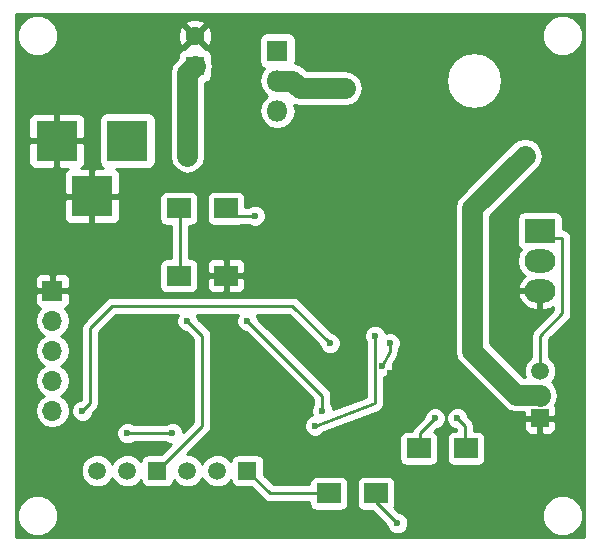
<source format=gbr>
G04 #@! TF.FileFunction,Copper,L1,Top,Signal*
%FSLAX46Y46*%
G04 Gerber Fmt 4.6, Leading zero omitted, Abs format (unit mm)*
G04 Created by KiCad (PCBNEW 4.0.7) date Sunday, March 04, 2018 'PMt' 09:17:10 PM*
%MOMM*%
%LPD*%
G01*
G04 APERTURE LIST*
%ADD10C,0.100000*%
%ADD11R,1.600000X1.600000*%
%ADD12C,1.600000*%
%ADD13R,2.000000X1.700000*%
%ADD14R,3.500000X3.500000*%
%ADD15R,1.800000X1.800000*%
%ADD16O,1.800000X1.800000*%
%ADD17R,1.500000X1.500000*%
%ADD18C,1.500000*%
%ADD19R,2.600000X2.000000*%
%ADD20O,2.600000X2.000000*%
%ADD21R,1.700000X1.700000*%
%ADD22O,1.700000X1.700000*%
%ADD23C,1.520000*%
%ADD24R,1.520000X1.520000*%
%ADD25C,0.600000*%
%ADD26C,0.250000*%
%ADD27C,1.750000*%
%ADD28C,0.254000*%
G04 APERTURE END LIST*
D10*
D11*
X66675000Y-19050000D03*
D12*
X66675000Y-16550000D03*
D13*
X65310000Y-31115000D03*
X69310000Y-31115000D03*
X85630000Y-51435000D03*
X89630000Y-51435000D03*
D14*
X60960000Y-25400000D03*
X54960000Y-25400000D03*
X57960000Y-30100000D03*
D13*
X65310000Y-36830000D03*
X69310000Y-36830000D03*
D15*
X73660000Y-17780000D03*
D16*
X73660000Y-20320000D03*
X73660000Y-22860000D03*
D17*
X95885000Y-48895000D03*
D18*
X95885000Y-46895000D03*
X95885000Y-44895000D03*
D19*
X95885000Y-33020000D03*
D20*
X95885000Y-35560000D03*
X95885000Y-38100000D03*
D13*
X82010000Y-55245000D03*
X78010000Y-55245000D03*
D21*
X54610000Y-38100000D03*
D22*
X54610000Y-40640000D03*
X54610000Y-43180000D03*
X54610000Y-45720000D03*
X54610000Y-48260000D03*
D23*
X60960000Y-53340000D03*
X58420000Y-53340000D03*
D24*
X63500000Y-53340000D03*
D23*
X68580000Y-53340000D03*
X66040000Y-53340000D03*
D24*
X71120000Y-53340000D03*
D25*
X83185000Y-45085000D03*
X83185000Y-46990000D03*
X71755000Y-31750000D03*
X94615000Y-26670000D03*
X79375000Y-20955000D03*
X66040000Y-40640000D03*
X71120000Y-40640000D03*
X77470000Y-48260000D03*
X88900000Y-48895000D03*
X86995000Y-48895000D03*
X81915000Y-41910000D03*
X76835000Y-49530000D03*
X78105000Y-42545000D03*
X57150000Y-48260000D03*
X82550000Y-44450000D03*
X83185000Y-42545000D03*
X66040000Y-26670000D03*
X83820000Y-57785000D03*
X60960000Y-50165000D03*
X64770000Y-50165000D03*
D26*
X83185000Y-46990000D02*
X83185000Y-45085000D01*
X71755000Y-31750000D02*
X69850000Y-31750000D01*
X69850000Y-31750000D02*
X69215000Y-31115000D01*
X69215000Y-31115000D02*
X69310000Y-31115000D01*
D27*
X93885000Y-46895000D02*
X95885000Y-46895000D01*
X90170000Y-43180000D02*
X93885000Y-46895000D01*
X90170000Y-31115000D02*
X90170000Y-43180000D01*
X94615000Y-26670000D02*
X90170000Y-31115000D01*
X95885000Y-46990000D02*
X95885000Y-46895000D01*
X79375000Y-20955000D02*
X75565000Y-20955000D01*
X75565000Y-20955000D02*
X74930000Y-20320000D01*
X74930000Y-20320000D02*
X73660000Y-20320000D01*
D26*
X95885000Y-46990000D02*
X95885000Y-46895000D01*
X65310000Y-31115000D02*
X65405000Y-31115000D01*
X65405000Y-31115000D02*
X65405000Y-36830000D01*
X65405000Y-36830000D02*
X65310000Y-36830000D01*
X63500000Y-53340000D02*
X67310000Y-49530000D01*
X67310000Y-41910000D02*
X66040000Y-40640000D01*
X67310000Y-49530000D02*
X67310000Y-41910000D01*
X71120000Y-40640000D02*
X77470000Y-46990000D01*
X77470000Y-46990000D02*
X77470000Y-48260000D01*
X88900000Y-48895000D02*
X89535000Y-49530000D01*
X89535000Y-49530000D02*
X89535000Y-51435000D01*
X89535000Y-51435000D02*
X89630000Y-51435000D01*
X86995000Y-48895000D02*
X85725000Y-50165000D01*
X85725000Y-50165000D02*
X85725000Y-51435000D01*
X85725000Y-51435000D02*
X85630000Y-51435000D01*
X78010000Y-55245000D02*
X73025000Y-55245000D01*
X73025000Y-55245000D02*
X71120000Y-53340000D01*
X81915000Y-47625000D02*
X81915000Y-41910000D01*
X76835000Y-49530000D02*
X81915000Y-47625000D01*
X74930000Y-39370000D02*
X78105000Y-42545000D01*
X59690000Y-39370000D02*
X74930000Y-39370000D01*
X57785000Y-41275000D02*
X59690000Y-39370000D01*
X57785000Y-47625000D02*
X57785000Y-41275000D01*
X57150000Y-48260000D02*
X57785000Y-47625000D01*
X83185000Y-43180000D02*
X82550000Y-44450000D01*
X83185000Y-42545000D02*
X83185000Y-43180000D01*
X95885000Y-33020000D02*
X96520000Y-33020000D01*
X96520000Y-33020000D02*
X97155000Y-33655000D01*
X97155000Y-33655000D02*
X97790000Y-33655000D01*
X97790000Y-33655000D02*
X97790000Y-40005000D01*
X97790000Y-40005000D02*
X95885000Y-41910000D01*
X95885000Y-41910000D02*
X95885000Y-44895000D01*
D27*
X66675000Y-19050000D02*
X66040000Y-19685000D01*
X66040000Y-19685000D02*
X66040000Y-26670000D01*
D26*
X83820000Y-57785000D02*
X82010000Y-55975000D01*
X82010000Y-55975000D02*
X82010000Y-55245000D01*
X60960000Y-50165000D02*
X64770000Y-50165000D01*
D28*
G36*
X99620000Y-58980000D02*
X51510000Y-58980000D01*
X51510000Y-57493599D01*
X51604699Y-57493599D01*
X51868281Y-58131515D01*
X52355918Y-58620004D01*
X52993373Y-58884699D01*
X53683599Y-58885301D01*
X54321515Y-58621719D01*
X54810004Y-58134082D01*
X55074699Y-57496627D01*
X55075301Y-56806401D01*
X54811719Y-56168485D01*
X54324082Y-55679996D01*
X53686627Y-55415301D01*
X52996401Y-55414699D01*
X52358485Y-55678281D01*
X51869996Y-56165918D01*
X51605301Y-56803373D01*
X51604699Y-57493599D01*
X51510000Y-57493599D01*
X51510000Y-40640000D01*
X53095907Y-40640000D01*
X53208946Y-41208285D01*
X53530853Y-41690054D01*
X53860026Y-41910000D01*
X53530853Y-42129946D01*
X53208946Y-42611715D01*
X53095907Y-43180000D01*
X53208946Y-43748285D01*
X53530853Y-44230054D01*
X53860026Y-44450000D01*
X53530853Y-44669946D01*
X53208946Y-45151715D01*
X53095907Y-45720000D01*
X53208946Y-46288285D01*
X53530853Y-46770054D01*
X53860026Y-46990000D01*
X53530853Y-47209946D01*
X53208946Y-47691715D01*
X53095907Y-48260000D01*
X53208946Y-48828285D01*
X53530853Y-49310054D01*
X54012622Y-49631961D01*
X54580907Y-49745000D01*
X54639093Y-49745000D01*
X55207378Y-49631961D01*
X55689147Y-49310054D01*
X56011054Y-48828285D01*
X56087260Y-48445167D01*
X56214838Y-48445167D01*
X56356883Y-48788943D01*
X56619673Y-49052192D01*
X56963201Y-49194838D01*
X57335167Y-49195162D01*
X57678943Y-49053117D01*
X57942192Y-48790327D01*
X58084838Y-48446799D01*
X58084879Y-48399923D01*
X58322401Y-48162401D01*
X58487148Y-47915839D01*
X58545000Y-47625000D01*
X58545000Y-41589802D01*
X60004802Y-40130000D01*
X65239367Y-40130000D01*
X65105162Y-40453201D01*
X65104838Y-40825167D01*
X65246883Y-41168943D01*
X65509673Y-41432192D01*
X65853201Y-41574838D01*
X65900077Y-41574879D01*
X66550000Y-42224802D01*
X66550000Y-49215198D01*
X65705092Y-50060106D01*
X65705162Y-49979833D01*
X65563117Y-49636057D01*
X65300327Y-49372808D01*
X64956799Y-49230162D01*
X64584833Y-49229838D01*
X64241057Y-49371883D01*
X64207882Y-49405000D01*
X61522463Y-49405000D01*
X61490327Y-49372808D01*
X61146799Y-49230162D01*
X60774833Y-49229838D01*
X60431057Y-49371883D01*
X60167808Y-49634673D01*
X60025162Y-49978201D01*
X60024838Y-50350167D01*
X60166883Y-50693943D01*
X60429673Y-50957192D01*
X60773201Y-51099838D01*
X61145167Y-51100162D01*
X61488943Y-50958117D01*
X61522118Y-50925000D01*
X64207537Y-50925000D01*
X64239673Y-50957192D01*
X64583201Y-51099838D01*
X64665288Y-51099910D01*
X63832638Y-51932560D01*
X62740000Y-51932560D01*
X62504683Y-51976838D01*
X62288559Y-52115910D01*
X62143569Y-52328110D01*
X62106031Y-52513480D01*
X61751236Y-52158066D01*
X61238700Y-51945242D01*
X60683735Y-51944758D01*
X60170828Y-52156687D01*
X59778066Y-52548764D01*
X59690046Y-52760738D01*
X59603313Y-52550828D01*
X59211236Y-52158066D01*
X58698700Y-51945242D01*
X58143735Y-51944758D01*
X57630828Y-52156687D01*
X57238066Y-52548764D01*
X57025242Y-53061300D01*
X57024758Y-53616265D01*
X57236687Y-54129172D01*
X57628764Y-54521934D01*
X58141300Y-54734758D01*
X58696265Y-54735242D01*
X59209172Y-54523313D01*
X59601934Y-54131236D01*
X59689954Y-53919262D01*
X59776687Y-54129172D01*
X60168764Y-54521934D01*
X60681300Y-54734758D01*
X61236265Y-54735242D01*
X61749172Y-54523313D01*
X62105316Y-54167790D01*
X62136838Y-54335317D01*
X62275910Y-54551441D01*
X62488110Y-54696431D01*
X62740000Y-54747440D01*
X64260000Y-54747440D01*
X64495317Y-54703162D01*
X64711441Y-54564090D01*
X64856431Y-54351890D01*
X64893969Y-54166520D01*
X65248764Y-54521934D01*
X65761300Y-54734758D01*
X66316265Y-54735242D01*
X66829172Y-54523313D01*
X67221934Y-54131236D01*
X67309954Y-53919262D01*
X67396687Y-54129172D01*
X67788764Y-54521934D01*
X68301300Y-54734758D01*
X68856265Y-54735242D01*
X69369172Y-54523313D01*
X69725316Y-54167790D01*
X69756838Y-54335317D01*
X69895910Y-54551441D01*
X70108110Y-54696431D01*
X70360000Y-54747440D01*
X71452638Y-54747440D01*
X72487599Y-55782401D01*
X72734161Y-55947148D01*
X73025000Y-56005000D01*
X76362560Y-56005000D01*
X76362560Y-56095000D01*
X76406838Y-56330317D01*
X76545910Y-56546441D01*
X76758110Y-56691431D01*
X77010000Y-56742440D01*
X79010000Y-56742440D01*
X79245317Y-56698162D01*
X79461441Y-56559090D01*
X79606431Y-56346890D01*
X79657440Y-56095000D01*
X79657440Y-54395000D01*
X80362560Y-54395000D01*
X80362560Y-56095000D01*
X80406838Y-56330317D01*
X80545910Y-56546441D01*
X80758110Y-56691431D01*
X81010000Y-56742440D01*
X81702638Y-56742440D01*
X82884878Y-57924680D01*
X82884838Y-57970167D01*
X83026883Y-58313943D01*
X83289673Y-58577192D01*
X83633201Y-58719838D01*
X84005167Y-58720162D01*
X84348943Y-58578117D01*
X84612192Y-58315327D01*
X84754838Y-57971799D01*
X84755162Y-57599833D01*
X84711268Y-57493599D01*
X96054699Y-57493599D01*
X96318281Y-58131515D01*
X96805918Y-58620004D01*
X97443373Y-58884699D01*
X98133599Y-58885301D01*
X98771515Y-58621719D01*
X99260004Y-58134082D01*
X99524699Y-57496627D01*
X99525301Y-56806401D01*
X99261719Y-56168485D01*
X98774082Y-55679996D01*
X98136627Y-55415301D01*
X97446401Y-55414699D01*
X96808485Y-55678281D01*
X96319996Y-56165918D01*
X96055301Y-56803373D01*
X96054699Y-57493599D01*
X84711268Y-57493599D01*
X84613117Y-57256057D01*
X84350327Y-56992808D01*
X84006799Y-56850162D01*
X83959923Y-56850121D01*
X83545649Y-56435847D01*
X83606431Y-56346890D01*
X83657440Y-56095000D01*
X83657440Y-54395000D01*
X83613162Y-54159683D01*
X83474090Y-53943559D01*
X83261890Y-53798569D01*
X83010000Y-53747560D01*
X81010000Y-53747560D01*
X80774683Y-53791838D01*
X80558559Y-53930910D01*
X80413569Y-54143110D01*
X80362560Y-54395000D01*
X79657440Y-54395000D01*
X79613162Y-54159683D01*
X79474090Y-53943559D01*
X79261890Y-53798569D01*
X79010000Y-53747560D01*
X77010000Y-53747560D01*
X76774683Y-53791838D01*
X76558559Y-53930910D01*
X76413569Y-54143110D01*
X76362560Y-54395000D01*
X76362560Y-54485000D01*
X73339802Y-54485000D01*
X72527440Y-53672638D01*
X72527440Y-52580000D01*
X72483162Y-52344683D01*
X72344090Y-52128559D01*
X72131890Y-51983569D01*
X71880000Y-51932560D01*
X70360000Y-51932560D01*
X70124683Y-51976838D01*
X69908559Y-52115910D01*
X69763569Y-52328110D01*
X69726031Y-52513480D01*
X69371236Y-52158066D01*
X68858700Y-51945242D01*
X68303735Y-51944758D01*
X67790828Y-52156687D01*
X67398066Y-52548764D01*
X67310046Y-52760738D01*
X67223313Y-52550828D01*
X66831236Y-52158066D01*
X66318700Y-51945242D01*
X65969864Y-51944938D01*
X67329802Y-50585000D01*
X83982560Y-50585000D01*
X83982560Y-52285000D01*
X84026838Y-52520317D01*
X84165910Y-52736441D01*
X84378110Y-52881431D01*
X84630000Y-52932440D01*
X86630000Y-52932440D01*
X86865317Y-52888162D01*
X87081441Y-52749090D01*
X87226431Y-52536890D01*
X87277440Y-52285000D01*
X87277440Y-50585000D01*
X87233162Y-50349683D01*
X87094090Y-50133559D01*
X86937937Y-50026865D01*
X87134680Y-49830122D01*
X87180167Y-49830162D01*
X87523943Y-49688117D01*
X87787192Y-49425327D01*
X87929838Y-49081799D01*
X87929839Y-49080167D01*
X87964838Y-49080167D01*
X88106883Y-49423943D01*
X88369673Y-49687192D01*
X88713201Y-49829838D01*
X88760077Y-49829879D01*
X88775000Y-49844802D01*
X88775000Y-49937560D01*
X88630000Y-49937560D01*
X88394683Y-49981838D01*
X88178559Y-50120910D01*
X88033569Y-50333110D01*
X87982560Y-50585000D01*
X87982560Y-52285000D01*
X88026838Y-52520317D01*
X88165910Y-52736441D01*
X88378110Y-52881431D01*
X88630000Y-52932440D01*
X90630000Y-52932440D01*
X90865317Y-52888162D01*
X91081441Y-52749090D01*
X91226431Y-52536890D01*
X91277440Y-52285000D01*
X91277440Y-50585000D01*
X91233162Y-50349683D01*
X91094090Y-50133559D01*
X90881890Y-49988569D01*
X90630000Y-49937560D01*
X90295000Y-49937560D01*
X90295000Y-49530000D01*
X90237148Y-49239161D01*
X90198120Y-49180750D01*
X94500000Y-49180750D01*
X94500000Y-49771309D01*
X94596673Y-50004698D01*
X94775301Y-50183327D01*
X95008690Y-50280000D01*
X95599250Y-50280000D01*
X95758000Y-50121250D01*
X95758000Y-49022000D01*
X96012000Y-49022000D01*
X96012000Y-50121250D01*
X96170750Y-50280000D01*
X96761310Y-50280000D01*
X96994699Y-50183327D01*
X97173327Y-50004698D01*
X97270000Y-49771309D01*
X97270000Y-49180750D01*
X97111250Y-49022000D01*
X96012000Y-49022000D01*
X95758000Y-49022000D01*
X94658750Y-49022000D01*
X94500000Y-49180750D01*
X90198120Y-49180750D01*
X90072401Y-48992599D01*
X89835122Y-48755320D01*
X89835162Y-48709833D01*
X89693117Y-48366057D01*
X89430327Y-48102808D01*
X89086799Y-47960162D01*
X88714833Y-47959838D01*
X88371057Y-48101883D01*
X88107808Y-48364673D01*
X87965162Y-48708201D01*
X87964838Y-49080167D01*
X87929839Y-49080167D01*
X87930162Y-48709833D01*
X87788117Y-48366057D01*
X87525327Y-48102808D01*
X87181799Y-47960162D01*
X86809833Y-47959838D01*
X86466057Y-48101883D01*
X86202808Y-48364673D01*
X86060162Y-48708201D01*
X86060121Y-48755077D01*
X85187599Y-49627599D01*
X85022852Y-49874161D01*
X85010241Y-49937560D01*
X84630000Y-49937560D01*
X84394683Y-49981838D01*
X84178559Y-50120910D01*
X84033569Y-50333110D01*
X83982560Y-50585000D01*
X67329802Y-50585000D01*
X67847401Y-50067401D01*
X68012148Y-49820839D01*
X68070000Y-49530000D01*
X68070000Y-41910000D01*
X68032843Y-41723201D01*
X68012148Y-41619160D01*
X67847401Y-41372599D01*
X66975122Y-40500320D01*
X66975162Y-40454833D01*
X66840944Y-40130000D01*
X70319367Y-40130000D01*
X70185162Y-40453201D01*
X70184838Y-40825167D01*
X70326883Y-41168943D01*
X70589673Y-41432192D01*
X70933201Y-41574838D01*
X70980077Y-41574879D01*
X76710000Y-47304802D01*
X76710000Y-47697537D01*
X76677808Y-47729673D01*
X76535162Y-48073201D01*
X76534838Y-48445167D01*
X76604432Y-48613597D01*
X76306057Y-48736883D01*
X76042808Y-48999673D01*
X75900162Y-49343201D01*
X75899838Y-49715167D01*
X76041883Y-50058943D01*
X76304673Y-50322192D01*
X76648201Y-50464838D01*
X77020167Y-50465162D01*
X77363943Y-50323117D01*
X77627192Y-50060327D01*
X77634923Y-50041709D01*
X82181853Y-48336610D01*
X82192988Y-48329704D01*
X82205839Y-48327148D01*
X82318616Y-48251793D01*
X82433861Y-48180321D01*
X82441504Y-48169682D01*
X82452401Y-48162401D01*
X82527757Y-48049623D01*
X82606878Y-47939490D01*
X82609869Y-47926733D01*
X82617148Y-47915839D01*
X82643608Y-47782816D01*
X82674562Y-47650781D01*
X82672443Y-47637852D01*
X82675000Y-47625000D01*
X82675000Y-45385110D01*
X82735167Y-45385162D01*
X83078943Y-45243117D01*
X83342192Y-44980327D01*
X83484838Y-44636799D01*
X83485150Y-44279113D01*
X83864765Y-43519882D01*
X83871978Y-43493543D01*
X83887148Y-43470839D01*
X83910913Y-43351363D01*
X83943087Y-43233876D01*
X83939672Y-43206786D01*
X83945000Y-43180000D01*
X83945000Y-43107463D01*
X83977192Y-43075327D01*
X84119838Y-42731799D01*
X84120162Y-42359833D01*
X83978117Y-42016057D01*
X83715327Y-41752808D01*
X83371799Y-41610162D01*
X82999833Y-41609838D01*
X82831403Y-41679432D01*
X82708117Y-41381057D01*
X82445327Y-41117808D01*
X82101799Y-40975162D01*
X81729833Y-40974838D01*
X81386057Y-41116883D01*
X81122808Y-41379673D01*
X80980162Y-41723201D01*
X80979838Y-42095167D01*
X81121883Y-42438943D01*
X81155000Y-42472118D01*
X81155000Y-47098320D01*
X78405114Y-48129527D01*
X78405162Y-48074833D01*
X78263117Y-47731057D01*
X78230000Y-47697882D01*
X78230000Y-46990000D01*
X78172148Y-46699161D01*
X78007401Y-46452599D01*
X72055122Y-40500320D01*
X72055162Y-40454833D01*
X71920944Y-40130000D01*
X74615198Y-40130000D01*
X77169878Y-42684680D01*
X77169838Y-42730167D01*
X77311883Y-43073943D01*
X77574673Y-43337192D01*
X77918201Y-43479838D01*
X78290167Y-43480162D01*
X78633943Y-43338117D01*
X78897192Y-43075327D01*
X79039838Y-42731799D01*
X79040162Y-42359833D01*
X78898117Y-42016057D01*
X78635327Y-41752808D01*
X78291799Y-41610162D01*
X78244923Y-41610121D01*
X75467401Y-38832599D01*
X75220839Y-38667852D01*
X74930000Y-38610000D01*
X59690000Y-38610000D01*
X59399161Y-38667852D01*
X59152599Y-38832599D01*
X57247599Y-40737599D01*
X57082852Y-40984161D01*
X57025000Y-41275000D01*
X57025000Y-47310198D01*
X57010320Y-47324878D01*
X56964833Y-47324838D01*
X56621057Y-47466883D01*
X56357808Y-47729673D01*
X56215162Y-48073201D01*
X56214838Y-48445167D01*
X56087260Y-48445167D01*
X56124093Y-48260000D01*
X56011054Y-47691715D01*
X55689147Y-47209946D01*
X55359974Y-46990000D01*
X55689147Y-46770054D01*
X56011054Y-46288285D01*
X56124093Y-45720000D01*
X56011054Y-45151715D01*
X55689147Y-44669946D01*
X55359974Y-44450000D01*
X55689147Y-44230054D01*
X56011054Y-43748285D01*
X56124093Y-43180000D01*
X56011054Y-42611715D01*
X55689147Y-42129946D01*
X55359974Y-41910000D01*
X55689147Y-41690054D01*
X56011054Y-41208285D01*
X56124093Y-40640000D01*
X56011054Y-40071715D01*
X55689147Y-39589946D01*
X55645223Y-39560597D01*
X55819698Y-39488327D01*
X55998327Y-39309699D01*
X56095000Y-39076310D01*
X56095000Y-38385750D01*
X55936250Y-38227000D01*
X54737000Y-38227000D01*
X54737000Y-38247000D01*
X54483000Y-38247000D01*
X54483000Y-38227000D01*
X53283750Y-38227000D01*
X53125000Y-38385750D01*
X53125000Y-39076310D01*
X53221673Y-39309699D01*
X53400302Y-39488327D01*
X53574777Y-39560597D01*
X53530853Y-39589946D01*
X53208946Y-40071715D01*
X53095907Y-40640000D01*
X51510000Y-40640000D01*
X51510000Y-37123690D01*
X53125000Y-37123690D01*
X53125000Y-37814250D01*
X53283750Y-37973000D01*
X54483000Y-37973000D01*
X54483000Y-36773750D01*
X54737000Y-36773750D01*
X54737000Y-37973000D01*
X55936250Y-37973000D01*
X56095000Y-37814250D01*
X56095000Y-37123690D01*
X55998327Y-36890301D01*
X55819698Y-36711673D01*
X55586309Y-36615000D01*
X54895750Y-36615000D01*
X54737000Y-36773750D01*
X54483000Y-36773750D01*
X54324250Y-36615000D01*
X53633691Y-36615000D01*
X53400302Y-36711673D01*
X53221673Y-36890301D01*
X53125000Y-37123690D01*
X51510000Y-37123690D01*
X51510000Y-30385750D01*
X55575000Y-30385750D01*
X55575000Y-31976310D01*
X55671673Y-32209699D01*
X55850302Y-32388327D01*
X56083691Y-32485000D01*
X57674250Y-32485000D01*
X57833000Y-32326250D01*
X57833000Y-30227000D01*
X58087000Y-30227000D01*
X58087000Y-32326250D01*
X58245750Y-32485000D01*
X59836309Y-32485000D01*
X60069698Y-32388327D01*
X60248327Y-32209699D01*
X60345000Y-31976310D01*
X60345000Y-30385750D01*
X60224250Y-30265000D01*
X63662560Y-30265000D01*
X63662560Y-31965000D01*
X63706838Y-32200317D01*
X63845910Y-32416441D01*
X64058110Y-32561431D01*
X64310000Y-32612440D01*
X64645000Y-32612440D01*
X64645000Y-35332560D01*
X64310000Y-35332560D01*
X64074683Y-35376838D01*
X63858559Y-35515910D01*
X63713569Y-35728110D01*
X63662560Y-35980000D01*
X63662560Y-37680000D01*
X63706838Y-37915317D01*
X63845910Y-38131441D01*
X64058110Y-38276431D01*
X64310000Y-38327440D01*
X66310000Y-38327440D01*
X66545317Y-38283162D01*
X66761441Y-38144090D01*
X66906431Y-37931890D01*
X66957440Y-37680000D01*
X66957440Y-37115750D01*
X67675000Y-37115750D01*
X67675000Y-37806310D01*
X67771673Y-38039699D01*
X67950302Y-38218327D01*
X68183691Y-38315000D01*
X69024250Y-38315000D01*
X69183000Y-38156250D01*
X69183000Y-36957000D01*
X69437000Y-36957000D01*
X69437000Y-38156250D01*
X69595750Y-38315000D01*
X70436309Y-38315000D01*
X70669698Y-38218327D01*
X70848327Y-38039699D01*
X70945000Y-37806310D01*
X70945000Y-37115750D01*
X70786250Y-36957000D01*
X69437000Y-36957000D01*
X69183000Y-36957000D01*
X67833750Y-36957000D01*
X67675000Y-37115750D01*
X66957440Y-37115750D01*
X66957440Y-35980000D01*
X66933674Y-35853690D01*
X67675000Y-35853690D01*
X67675000Y-36544250D01*
X67833750Y-36703000D01*
X69183000Y-36703000D01*
X69183000Y-35503750D01*
X69437000Y-35503750D01*
X69437000Y-36703000D01*
X70786250Y-36703000D01*
X70945000Y-36544250D01*
X70945000Y-35853690D01*
X70848327Y-35620301D01*
X70669698Y-35441673D01*
X70436309Y-35345000D01*
X69595750Y-35345000D01*
X69437000Y-35503750D01*
X69183000Y-35503750D01*
X69024250Y-35345000D01*
X68183691Y-35345000D01*
X67950302Y-35441673D01*
X67771673Y-35620301D01*
X67675000Y-35853690D01*
X66933674Y-35853690D01*
X66913162Y-35744683D01*
X66774090Y-35528559D01*
X66561890Y-35383569D01*
X66310000Y-35332560D01*
X66165000Y-35332560D01*
X66165000Y-32612440D01*
X66310000Y-32612440D01*
X66545317Y-32568162D01*
X66761441Y-32429090D01*
X66906431Y-32216890D01*
X66957440Y-31965000D01*
X66957440Y-30265000D01*
X67662560Y-30265000D01*
X67662560Y-31965000D01*
X67706838Y-32200317D01*
X67845910Y-32416441D01*
X68058110Y-32561431D01*
X68310000Y-32612440D01*
X70310000Y-32612440D01*
X70545317Y-32568162D01*
X70635703Y-32510000D01*
X71192537Y-32510000D01*
X71224673Y-32542192D01*
X71568201Y-32684838D01*
X71940167Y-32685162D01*
X72283943Y-32543117D01*
X72547192Y-32280327D01*
X72689838Y-31936799D01*
X72690162Y-31564833D01*
X72548117Y-31221057D01*
X72442245Y-31115000D01*
X88660000Y-31115000D01*
X88660000Y-43180000D01*
X88774942Y-43757852D01*
X89102269Y-44247731D01*
X92817268Y-47962731D01*
X93116096Y-48162401D01*
X93307148Y-48290058D01*
X93885000Y-48405000D01*
X94500000Y-48405000D01*
X94500000Y-48609250D01*
X94658750Y-48768000D01*
X95758000Y-48768000D01*
X95758000Y-48748000D01*
X96012000Y-48748000D01*
X96012000Y-48768000D01*
X97111250Y-48768000D01*
X97270000Y-48609250D01*
X97270000Y-48018691D01*
X97173327Y-47785302D01*
X97150209Y-47762184D01*
X97280058Y-47567852D01*
X97395000Y-46990000D01*
X97395000Y-46895000D01*
X97280058Y-46317148D01*
X96952731Y-45827269D01*
X96928032Y-45810766D01*
X97058461Y-45680564D01*
X97269759Y-45171702D01*
X97270240Y-44620715D01*
X97059831Y-44111485D01*
X96670564Y-43721539D01*
X96645000Y-43710924D01*
X96645000Y-42224802D01*
X98327401Y-40542401D01*
X98492148Y-40295839D01*
X98550000Y-40005000D01*
X98550000Y-33655000D01*
X98492148Y-33364161D01*
X98327401Y-33117599D01*
X98080839Y-32952852D01*
X97832440Y-32903442D01*
X97832440Y-32020000D01*
X97788162Y-31784683D01*
X97649090Y-31568559D01*
X97436890Y-31423569D01*
X97185000Y-31372560D01*
X94585000Y-31372560D01*
X94349683Y-31416838D01*
X94133559Y-31555910D01*
X93988569Y-31768110D01*
X93937560Y-32020000D01*
X93937560Y-34020000D01*
X93981838Y-34255317D01*
X94120910Y-34471441D01*
X94275329Y-34576951D01*
X94036548Y-34934313D01*
X93912091Y-35560000D01*
X94036548Y-36185687D01*
X94390971Y-36716120D01*
X94581188Y-36843219D01*
X94339078Y-37033683D01*
X94025856Y-37591645D01*
X93994876Y-37719566D01*
X94114223Y-37973000D01*
X95758000Y-37973000D01*
X95758000Y-37953000D01*
X96012000Y-37953000D01*
X96012000Y-37973000D01*
X96032000Y-37973000D01*
X96032000Y-38227000D01*
X96012000Y-38227000D01*
X96012000Y-39735000D01*
X96312000Y-39735000D01*
X96928020Y-39561942D01*
X97030000Y-39481716D01*
X97030000Y-39690198D01*
X95347599Y-41372599D01*
X95182852Y-41619161D01*
X95125000Y-41910000D01*
X95125000Y-43710453D01*
X95101485Y-43720169D01*
X94711539Y-44109436D01*
X94500241Y-44618298D01*
X94499760Y-45169285D01*
X94588891Y-45385000D01*
X94510463Y-45385000D01*
X91680000Y-42554538D01*
X91680000Y-38480434D01*
X93994876Y-38480434D01*
X94025856Y-38608355D01*
X94339078Y-39166317D01*
X94841980Y-39561942D01*
X95458000Y-39735000D01*
X95758000Y-39735000D01*
X95758000Y-38227000D01*
X94114223Y-38227000D01*
X93994876Y-38480434D01*
X91680000Y-38480434D01*
X91680000Y-31740462D01*
X95682731Y-27737731D01*
X96010058Y-27247852D01*
X96124999Y-26670000D01*
X96010058Y-26092148D01*
X95682731Y-25602269D01*
X95192852Y-25274942D01*
X94615000Y-25160001D01*
X94037148Y-25274942D01*
X93547269Y-25602269D01*
X89102269Y-30047269D01*
X88774942Y-30537148D01*
X88660000Y-31115000D01*
X72442245Y-31115000D01*
X72285327Y-30957808D01*
X71941799Y-30815162D01*
X71569833Y-30814838D01*
X71226057Y-30956883D01*
X71192882Y-30990000D01*
X70957440Y-30990000D01*
X70957440Y-30265000D01*
X70913162Y-30029683D01*
X70774090Y-29813559D01*
X70561890Y-29668569D01*
X70310000Y-29617560D01*
X68310000Y-29617560D01*
X68074683Y-29661838D01*
X67858559Y-29800910D01*
X67713569Y-30013110D01*
X67662560Y-30265000D01*
X66957440Y-30265000D01*
X66913162Y-30029683D01*
X66774090Y-29813559D01*
X66561890Y-29668569D01*
X66310000Y-29617560D01*
X64310000Y-29617560D01*
X64074683Y-29661838D01*
X63858559Y-29800910D01*
X63713569Y-30013110D01*
X63662560Y-30265000D01*
X60224250Y-30265000D01*
X60186250Y-30227000D01*
X58087000Y-30227000D01*
X57833000Y-30227000D01*
X55733750Y-30227000D01*
X55575000Y-30385750D01*
X51510000Y-30385750D01*
X51510000Y-25685750D01*
X52575000Y-25685750D01*
X52575000Y-27276310D01*
X52671673Y-27509699D01*
X52850302Y-27688327D01*
X53083691Y-27785000D01*
X54674250Y-27785000D01*
X54833000Y-27626250D01*
X54833000Y-25527000D01*
X55087000Y-25527000D01*
X55087000Y-27626250D01*
X55245750Y-27785000D01*
X55914696Y-27785000D01*
X55850302Y-27811673D01*
X55671673Y-27990301D01*
X55575000Y-28223690D01*
X55575000Y-29814250D01*
X55733750Y-29973000D01*
X57833000Y-29973000D01*
X57833000Y-27873750D01*
X58087000Y-27873750D01*
X58087000Y-29973000D01*
X60186250Y-29973000D01*
X60345000Y-29814250D01*
X60345000Y-28223690D01*
X60248327Y-27990301D01*
X60069698Y-27811673D01*
X60035337Y-27797440D01*
X62710000Y-27797440D01*
X62945317Y-27753162D01*
X63161441Y-27614090D01*
X63306431Y-27401890D01*
X63357440Y-27150000D01*
X63357440Y-23650000D01*
X63313162Y-23414683D01*
X63174090Y-23198559D01*
X62961890Y-23053569D01*
X62710000Y-23002560D01*
X59210000Y-23002560D01*
X58974683Y-23046838D01*
X58758559Y-23185910D01*
X58613569Y-23398110D01*
X58562560Y-23650000D01*
X58562560Y-27150000D01*
X58606838Y-27385317D01*
X58745910Y-27601441D01*
X58912109Y-27715000D01*
X58245750Y-27715000D01*
X58087000Y-27873750D01*
X57833000Y-27873750D01*
X57674250Y-27715000D01*
X57005304Y-27715000D01*
X57069698Y-27688327D01*
X57248327Y-27509699D01*
X57345000Y-27276310D01*
X57345000Y-25685750D01*
X57186250Y-25527000D01*
X55087000Y-25527000D01*
X54833000Y-25527000D01*
X52733750Y-25527000D01*
X52575000Y-25685750D01*
X51510000Y-25685750D01*
X51510000Y-23523690D01*
X52575000Y-23523690D01*
X52575000Y-25114250D01*
X52733750Y-25273000D01*
X54833000Y-25273000D01*
X54833000Y-23173750D01*
X55087000Y-23173750D01*
X55087000Y-25273000D01*
X57186250Y-25273000D01*
X57345000Y-25114250D01*
X57345000Y-23523690D01*
X57248327Y-23290301D01*
X57069698Y-23111673D01*
X56836309Y-23015000D01*
X55245750Y-23015000D01*
X55087000Y-23173750D01*
X54833000Y-23173750D01*
X54674250Y-23015000D01*
X53083691Y-23015000D01*
X52850302Y-23111673D01*
X52671673Y-23290301D01*
X52575000Y-23523690D01*
X51510000Y-23523690D01*
X51510000Y-19685000D01*
X64530000Y-19685000D01*
X64530000Y-26670000D01*
X64644942Y-27247852D01*
X64972269Y-27737731D01*
X65462148Y-28065058D01*
X66040000Y-28180000D01*
X66617852Y-28065058D01*
X67107731Y-27737731D01*
X67435058Y-27247852D01*
X67550000Y-26670000D01*
X67550000Y-20483328D01*
X67710317Y-20453162D01*
X67926441Y-20314090D01*
X68071431Y-20101890D01*
X68122440Y-19850000D01*
X68122440Y-19364510D01*
X68185000Y-19050000D01*
X68122440Y-18735490D01*
X68122440Y-18250000D01*
X68078162Y-18014683D01*
X67939090Y-17798559D01*
X67726890Y-17653569D01*
X67488799Y-17605354D01*
X67503139Y-17557745D01*
X66675000Y-16729605D01*
X65846861Y-17557745D01*
X65861145Y-17605167D01*
X65639683Y-17646838D01*
X65423559Y-17785910D01*
X65278569Y-17998110D01*
X65227560Y-18250000D01*
X65227560Y-18361978D01*
X64972269Y-18617269D01*
X64644942Y-19107148D01*
X64530000Y-19685000D01*
X51510000Y-19685000D01*
X51510000Y-16853599D01*
X51604699Y-16853599D01*
X51868281Y-17491515D01*
X52355918Y-17980004D01*
X52993373Y-18244699D01*
X53683599Y-18245301D01*
X54321515Y-17981719D01*
X54810004Y-17494082D01*
X55074699Y-16856627D01*
X55075155Y-16333223D01*
X65228035Y-16333223D01*
X65255222Y-16903454D01*
X65421136Y-17304005D01*
X65667255Y-17378139D01*
X66495395Y-16550000D01*
X66854605Y-16550000D01*
X67682745Y-17378139D01*
X67928864Y-17304005D01*
X68081268Y-16880000D01*
X72112560Y-16880000D01*
X72112560Y-18680000D01*
X72156838Y-18915317D01*
X72295910Y-19131441D01*
X72508110Y-19276431D01*
X72524344Y-19279719D01*
X72241845Y-19702509D01*
X72125000Y-20289928D01*
X72125000Y-20350072D01*
X72241845Y-20937491D01*
X72574591Y-21435481D01*
X72805845Y-21590000D01*
X72574591Y-21744519D01*
X72241845Y-22242509D01*
X72125000Y-22829928D01*
X72125000Y-22890072D01*
X72241845Y-23477491D01*
X72574591Y-23975481D01*
X73072581Y-24308227D01*
X73660000Y-24425072D01*
X74247419Y-24308227D01*
X74745409Y-23975481D01*
X75078155Y-23477491D01*
X75195000Y-22890072D01*
X75195000Y-22829928D01*
X75104178Y-22373337D01*
X75565000Y-22465000D01*
X79375000Y-22465000D01*
X79952852Y-22350058D01*
X80442731Y-22022731D01*
X80770058Y-21532852D01*
X80885000Y-20955000D01*
X80770058Y-20377148D01*
X80700653Y-20273275D01*
X87935000Y-20273275D01*
X87935000Y-20366725D01*
X88116547Y-21279425D01*
X88633550Y-22053175D01*
X89407300Y-22570178D01*
X90320000Y-22751725D01*
X91232700Y-22570178D01*
X92006450Y-22053175D01*
X92523453Y-21279425D01*
X92705000Y-20366725D01*
X92705000Y-20273275D01*
X92523453Y-19360575D01*
X92006450Y-18586825D01*
X91232700Y-18069822D01*
X90320000Y-17888275D01*
X89407300Y-18069822D01*
X88633550Y-18586825D01*
X88116547Y-19360575D01*
X87935000Y-20273275D01*
X80700653Y-20273275D01*
X80442731Y-19887269D01*
X79952852Y-19559942D01*
X79375000Y-19445000D01*
X76190462Y-19445000D01*
X75997731Y-19252269D01*
X75507852Y-18924942D01*
X75171391Y-18858016D01*
X75207440Y-18680000D01*
X75207440Y-16880000D01*
X75202473Y-16853599D01*
X96054699Y-16853599D01*
X96318281Y-17491515D01*
X96805918Y-17980004D01*
X97443373Y-18244699D01*
X98133599Y-18245301D01*
X98771515Y-17981719D01*
X99260004Y-17494082D01*
X99524699Y-16856627D01*
X99525301Y-16166401D01*
X99261719Y-15528485D01*
X98774082Y-15039996D01*
X98136627Y-14775301D01*
X97446401Y-14774699D01*
X96808485Y-15038281D01*
X96319996Y-15525918D01*
X96055301Y-16163373D01*
X96054699Y-16853599D01*
X75202473Y-16853599D01*
X75163162Y-16644683D01*
X75024090Y-16428559D01*
X74811890Y-16283569D01*
X74560000Y-16232560D01*
X72760000Y-16232560D01*
X72524683Y-16276838D01*
X72308559Y-16415910D01*
X72163569Y-16628110D01*
X72112560Y-16880000D01*
X68081268Y-16880000D01*
X68121965Y-16766777D01*
X68094778Y-16196546D01*
X67928864Y-15795995D01*
X67682745Y-15721861D01*
X66854605Y-16550000D01*
X66495395Y-16550000D01*
X65667255Y-15721861D01*
X65421136Y-15795995D01*
X65228035Y-16333223D01*
X55075155Y-16333223D01*
X55075301Y-16166401D01*
X54817409Y-15542255D01*
X65846861Y-15542255D01*
X66675000Y-16370395D01*
X67503139Y-15542255D01*
X67429005Y-15296136D01*
X66891777Y-15103035D01*
X66321546Y-15130222D01*
X65920995Y-15296136D01*
X65846861Y-15542255D01*
X54817409Y-15542255D01*
X54811719Y-15528485D01*
X54324082Y-15039996D01*
X53686627Y-14775301D01*
X52996401Y-14774699D01*
X52358485Y-15038281D01*
X51869996Y-15525918D01*
X51605301Y-16163373D01*
X51604699Y-16853599D01*
X51510000Y-16853599D01*
X51510000Y-14680000D01*
X99620000Y-14680000D01*
X99620000Y-58980000D01*
X99620000Y-58980000D01*
G37*
X99620000Y-58980000D02*
X51510000Y-58980000D01*
X51510000Y-57493599D01*
X51604699Y-57493599D01*
X51868281Y-58131515D01*
X52355918Y-58620004D01*
X52993373Y-58884699D01*
X53683599Y-58885301D01*
X54321515Y-58621719D01*
X54810004Y-58134082D01*
X55074699Y-57496627D01*
X55075301Y-56806401D01*
X54811719Y-56168485D01*
X54324082Y-55679996D01*
X53686627Y-55415301D01*
X52996401Y-55414699D01*
X52358485Y-55678281D01*
X51869996Y-56165918D01*
X51605301Y-56803373D01*
X51604699Y-57493599D01*
X51510000Y-57493599D01*
X51510000Y-40640000D01*
X53095907Y-40640000D01*
X53208946Y-41208285D01*
X53530853Y-41690054D01*
X53860026Y-41910000D01*
X53530853Y-42129946D01*
X53208946Y-42611715D01*
X53095907Y-43180000D01*
X53208946Y-43748285D01*
X53530853Y-44230054D01*
X53860026Y-44450000D01*
X53530853Y-44669946D01*
X53208946Y-45151715D01*
X53095907Y-45720000D01*
X53208946Y-46288285D01*
X53530853Y-46770054D01*
X53860026Y-46990000D01*
X53530853Y-47209946D01*
X53208946Y-47691715D01*
X53095907Y-48260000D01*
X53208946Y-48828285D01*
X53530853Y-49310054D01*
X54012622Y-49631961D01*
X54580907Y-49745000D01*
X54639093Y-49745000D01*
X55207378Y-49631961D01*
X55689147Y-49310054D01*
X56011054Y-48828285D01*
X56087260Y-48445167D01*
X56214838Y-48445167D01*
X56356883Y-48788943D01*
X56619673Y-49052192D01*
X56963201Y-49194838D01*
X57335167Y-49195162D01*
X57678943Y-49053117D01*
X57942192Y-48790327D01*
X58084838Y-48446799D01*
X58084879Y-48399923D01*
X58322401Y-48162401D01*
X58487148Y-47915839D01*
X58545000Y-47625000D01*
X58545000Y-41589802D01*
X60004802Y-40130000D01*
X65239367Y-40130000D01*
X65105162Y-40453201D01*
X65104838Y-40825167D01*
X65246883Y-41168943D01*
X65509673Y-41432192D01*
X65853201Y-41574838D01*
X65900077Y-41574879D01*
X66550000Y-42224802D01*
X66550000Y-49215198D01*
X65705092Y-50060106D01*
X65705162Y-49979833D01*
X65563117Y-49636057D01*
X65300327Y-49372808D01*
X64956799Y-49230162D01*
X64584833Y-49229838D01*
X64241057Y-49371883D01*
X64207882Y-49405000D01*
X61522463Y-49405000D01*
X61490327Y-49372808D01*
X61146799Y-49230162D01*
X60774833Y-49229838D01*
X60431057Y-49371883D01*
X60167808Y-49634673D01*
X60025162Y-49978201D01*
X60024838Y-50350167D01*
X60166883Y-50693943D01*
X60429673Y-50957192D01*
X60773201Y-51099838D01*
X61145167Y-51100162D01*
X61488943Y-50958117D01*
X61522118Y-50925000D01*
X64207537Y-50925000D01*
X64239673Y-50957192D01*
X64583201Y-51099838D01*
X64665288Y-51099910D01*
X63832638Y-51932560D01*
X62740000Y-51932560D01*
X62504683Y-51976838D01*
X62288559Y-52115910D01*
X62143569Y-52328110D01*
X62106031Y-52513480D01*
X61751236Y-52158066D01*
X61238700Y-51945242D01*
X60683735Y-51944758D01*
X60170828Y-52156687D01*
X59778066Y-52548764D01*
X59690046Y-52760738D01*
X59603313Y-52550828D01*
X59211236Y-52158066D01*
X58698700Y-51945242D01*
X58143735Y-51944758D01*
X57630828Y-52156687D01*
X57238066Y-52548764D01*
X57025242Y-53061300D01*
X57024758Y-53616265D01*
X57236687Y-54129172D01*
X57628764Y-54521934D01*
X58141300Y-54734758D01*
X58696265Y-54735242D01*
X59209172Y-54523313D01*
X59601934Y-54131236D01*
X59689954Y-53919262D01*
X59776687Y-54129172D01*
X60168764Y-54521934D01*
X60681300Y-54734758D01*
X61236265Y-54735242D01*
X61749172Y-54523313D01*
X62105316Y-54167790D01*
X62136838Y-54335317D01*
X62275910Y-54551441D01*
X62488110Y-54696431D01*
X62740000Y-54747440D01*
X64260000Y-54747440D01*
X64495317Y-54703162D01*
X64711441Y-54564090D01*
X64856431Y-54351890D01*
X64893969Y-54166520D01*
X65248764Y-54521934D01*
X65761300Y-54734758D01*
X66316265Y-54735242D01*
X66829172Y-54523313D01*
X67221934Y-54131236D01*
X67309954Y-53919262D01*
X67396687Y-54129172D01*
X67788764Y-54521934D01*
X68301300Y-54734758D01*
X68856265Y-54735242D01*
X69369172Y-54523313D01*
X69725316Y-54167790D01*
X69756838Y-54335317D01*
X69895910Y-54551441D01*
X70108110Y-54696431D01*
X70360000Y-54747440D01*
X71452638Y-54747440D01*
X72487599Y-55782401D01*
X72734161Y-55947148D01*
X73025000Y-56005000D01*
X76362560Y-56005000D01*
X76362560Y-56095000D01*
X76406838Y-56330317D01*
X76545910Y-56546441D01*
X76758110Y-56691431D01*
X77010000Y-56742440D01*
X79010000Y-56742440D01*
X79245317Y-56698162D01*
X79461441Y-56559090D01*
X79606431Y-56346890D01*
X79657440Y-56095000D01*
X79657440Y-54395000D01*
X80362560Y-54395000D01*
X80362560Y-56095000D01*
X80406838Y-56330317D01*
X80545910Y-56546441D01*
X80758110Y-56691431D01*
X81010000Y-56742440D01*
X81702638Y-56742440D01*
X82884878Y-57924680D01*
X82884838Y-57970167D01*
X83026883Y-58313943D01*
X83289673Y-58577192D01*
X83633201Y-58719838D01*
X84005167Y-58720162D01*
X84348943Y-58578117D01*
X84612192Y-58315327D01*
X84754838Y-57971799D01*
X84755162Y-57599833D01*
X84711268Y-57493599D01*
X96054699Y-57493599D01*
X96318281Y-58131515D01*
X96805918Y-58620004D01*
X97443373Y-58884699D01*
X98133599Y-58885301D01*
X98771515Y-58621719D01*
X99260004Y-58134082D01*
X99524699Y-57496627D01*
X99525301Y-56806401D01*
X99261719Y-56168485D01*
X98774082Y-55679996D01*
X98136627Y-55415301D01*
X97446401Y-55414699D01*
X96808485Y-55678281D01*
X96319996Y-56165918D01*
X96055301Y-56803373D01*
X96054699Y-57493599D01*
X84711268Y-57493599D01*
X84613117Y-57256057D01*
X84350327Y-56992808D01*
X84006799Y-56850162D01*
X83959923Y-56850121D01*
X83545649Y-56435847D01*
X83606431Y-56346890D01*
X83657440Y-56095000D01*
X83657440Y-54395000D01*
X83613162Y-54159683D01*
X83474090Y-53943559D01*
X83261890Y-53798569D01*
X83010000Y-53747560D01*
X81010000Y-53747560D01*
X80774683Y-53791838D01*
X80558559Y-53930910D01*
X80413569Y-54143110D01*
X80362560Y-54395000D01*
X79657440Y-54395000D01*
X79613162Y-54159683D01*
X79474090Y-53943559D01*
X79261890Y-53798569D01*
X79010000Y-53747560D01*
X77010000Y-53747560D01*
X76774683Y-53791838D01*
X76558559Y-53930910D01*
X76413569Y-54143110D01*
X76362560Y-54395000D01*
X76362560Y-54485000D01*
X73339802Y-54485000D01*
X72527440Y-53672638D01*
X72527440Y-52580000D01*
X72483162Y-52344683D01*
X72344090Y-52128559D01*
X72131890Y-51983569D01*
X71880000Y-51932560D01*
X70360000Y-51932560D01*
X70124683Y-51976838D01*
X69908559Y-52115910D01*
X69763569Y-52328110D01*
X69726031Y-52513480D01*
X69371236Y-52158066D01*
X68858700Y-51945242D01*
X68303735Y-51944758D01*
X67790828Y-52156687D01*
X67398066Y-52548764D01*
X67310046Y-52760738D01*
X67223313Y-52550828D01*
X66831236Y-52158066D01*
X66318700Y-51945242D01*
X65969864Y-51944938D01*
X67329802Y-50585000D01*
X83982560Y-50585000D01*
X83982560Y-52285000D01*
X84026838Y-52520317D01*
X84165910Y-52736441D01*
X84378110Y-52881431D01*
X84630000Y-52932440D01*
X86630000Y-52932440D01*
X86865317Y-52888162D01*
X87081441Y-52749090D01*
X87226431Y-52536890D01*
X87277440Y-52285000D01*
X87277440Y-50585000D01*
X87233162Y-50349683D01*
X87094090Y-50133559D01*
X86937937Y-50026865D01*
X87134680Y-49830122D01*
X87180167Y-49830162D01*
X87523943Y-49688117D01*
X87787192Y-49425327D01*
X87929838Y-49081799D01*
X87929839Y-49080167D01*
X87964838Y-49080167D01*
X88106883Y-49423943D01*
X88369673Y-49687192D01*
X88713201Y-49829838D01*
X88760077Y-49829879D01*
X88775000Y-49844802D01*
X88775000Y-49937560D01*
X88630000Y-49937560D01*
X88394683Y-49981838D01*
X88178559Y-50120910D01*
X88033569Y-50333110D01*
X87982560Y-50585000D01*
X87982560Y-52285000D01*
X88026838Y-52520317D01*
X88165910Y-52736441D01*
X88378110Y-52881431D01*
X88630000Y-52932440D01*
X90630000Y-52932440D01*
X90865317Y-52888162D01*
X91081441Y-52749090D01*
X91226431Y-52536890D01*
X91277440Y-52285000D01*
X91277440Y-50585000D01*
X91233162Y-50349683D01*
X91094090Y-50133559D01*
X90881890Y-49988569D01*
X90630000Y-49937560D01*
X90295000Y-49937560D01*
X90295000Y-49530000D01*
X90237148Y-49239161D01*
X90198120Y-49180750D01*
X94500000Y-49180750D01*
X94500000Y-49771309D01*
X94596673Y-50004698D01*
X94775301Y-50183327D01*
X95008690Y-50280000D01*
X95599250Y-50280000D01*
X95758000Y-50121250D01*
X95758000Y-49022000D01*
X96012000Y-49022000D01*
X96012000Y-50121250D01*
X96170750Y-50280000D01*
X96761310Y-50280000D01*
X96994699Y-50183327D01*
X97173327Y-50004698D01*
X97270000Y-49771309D01*
X97270000Y-49180750D01*
X97111250Y-49022000D01*
X96012000Y-49022000D01*
X95758000Y-49022000D01*
X94658750Y-49022000D01*
X94500000Y-49180750D01*
X90198120Y-49180750D01*
X90072401Y-48992599D01*
X89835122Y-48755320D01*
X89835162Y-48709833D01*
X89693117Y-48366057D01*
X89430327Y-48102808D01*
X89086799Y-47960162D01*
X88714833Y-47959838D01*
X88371057Y-48101883D01*
X88107808Y-48364673D01*
X87965162Y-48708201D01*
X87964838Y-49080167D01*
X87929839Y-49080167D01*
X87930162Y-48709833D01*
X87788117Y-48366057D01*
X87525327Y-48102808D01*
X87181799Y-47960162D01*
X86809833Y-47959838D01*
X86466057Y-48101883D01*
X86202808Y-48364673D01*
X86060162Y-48708201D01*
X86060121Y-48755077D01*
X85187599Y-49627599D01*
X85022852Y-49874161D01*
X85010241Y-49937560D01*
X84630000Y-49937560D01*
X84394683Y-49981838D01*
X84178559Y-50120910D01*
X84033569Y-50333110D01*
X83982560Y-50585000D01*
X67329802Y-50585000D01*
X67847401Y-50067401D01*
X68012148Y-49820839D01*
X68070000Y-49530000D01*
X68070000Y-41910000D01*
X68032843Y-41723201D01*
X68012148Y-41619160D01*
X67847401Y-41372599D01*
X66975122Y-40500320D01*
X66975162Y-40454833D01*
X66840944Y-40130000D01*
X70319367Y-40130000D01*
X70185162Y-40453201D01*
X70184838Y-40825167D01*
X70326883Y-41168943D01*
X70589673Y-41432192D01*
X70933201Y-41574838D01*
X70980077Y-41574879D01*
X76710000Y-47304802D01*
X76710000Y-47697537D01*
X76677808Y-47729673D01*
X76535162Y-48073201D01*
X76534838Y-48445167D01*
X76604432Y-48613597D01*
X76306057Y-48736883D01*
X76042808Y-48999673D01*
X75900162Y-49343201D01*
X75899838Y-49715167D01*
X76041883Y-50058943D01*
X76304673Y-50322192D01*
X76648201Y-50464838D01*
X77020167Y-50465162D01*
X77363943Y-50323117D01*
X77627192Y-50060327D01*
X77634923Y-50041709D01*
X82181853Y-48336610D01*
X82192988Y-48329704D01*
X82205839Y-48327148D01*
X82318616Y-48251793D01*
X82433861Y-48180321D01*
X82441504Y-48169682D01*
X82452401Y-48162401D01*
X82527757Y-48049623D01*
X82606878Y-47939490D01*
X82609869Y-47926733D01*
X82617148Y-47915839D01*
X82643608Y-47782816D01*
X82674562Y-47650781D01*
X82672443Y-47637852D01*
X82675000Y-47625000D01*
X82675000Y-45385110D01*
X82735167Y-45385162D01*
X83078943Y-45243117D01*
X83342192Y-44980327D01*
X83484838Y-44636799D01*
X83485150Y-44279113D01*
X83864765Y-43519882D01*
X83871978Y-43493543D01*
X83887148Y-43470839D01*
X83910913Y-43351363D01*
X83943087Y-43233876D01*
X83939672Y-43206786D01*
X83945000Y-43180000D01*
X83945000Y-43107463D01*
X83977192Y-43075327D01*
X84119838Y-42731799D01*
X84120162Y-42359833D01*
X83978117Y-42016057D01*
X83715327Y-41752808D01*
X83371799Y-41610162D01*
X82999833Y-41609838D01*
X82831403Y-41679432D01*
X82708117Y-41381057D01*
X82445327Y-41117808D01*
X82101799Y-40975162D01*
X81729833Y-40974838D01*
X81386057Y-41116883D01*
X81122808Y-41379673D01*
X80980162Y-41723201D01*
X80979838Y-42095167D01*
X81121883Y-42438943D01*
X81155000Y-42472118D01*
X81155000Y-47098320D01*
X78405114Y-48129527D01*
X78405162Y-48074833D01*
X78263117Y-47731057D01*
X78230000Y-47697882D01*
X78230000Y-46990000D01*
X78172148Y-46699161D01*
X78007401Y-46452599D01*
X72055122Y-40500320D01*
X72055162Y-40454833D01*
X71920944Y-40130000D01*
X74615198Y-40130000D01*
X77169878Y-42684680D01*
X77169838Y-42730167D01*
X77311883Y-43073943D01*
X77574673Y-43337192D01*
X77918201Y-43479838D01*
X78290167Y-43480162D01*
X78633943Y-43338117D01*
X78897192Y-43075327D01*
X79039838Y-42731799D01*
X79040162Y-42359833D01*
X78898117Y-42016057D01*
X78635327Y-41752808D01*
X78291799Y-41610162D01*
X78244923Y-41610121D01*
X75467401Y-38832599D01*
X75220839Y-38667852D01*
X74930000Y-38610000D01*
X59690000Y-38610000D01*
X59399161Y-38667852D01*
X59152599Y-38832599D01*
X57247599Y-40737599D01*
X57082852Y-40984161D01*
X57025000Y-41275000D01*
X57025000Y-47310198D01*
X57010320Y-47324878D01*
X56964833Y-47324838D01*
X56621057Y-47466883D01*
X56357808Y-47729673D01*
X56215162Y-48073201D01*
X56214838Y-48445167D01*
X56087260Y-48445167D01*
X56124093Y-48260000D01*
X56011054Y-47691715D01*
X55689147Y-47209946D01*
X55359974Y-46990000D01*
X55689147Y-46770054D01*
X56011054Y-46288285D01*
X56124093Y-45720000D01*
X56011054Y-45151715D01*
X55689147Y-44669946D01*
X55359974Y-44450000D01*
X55689147Y-44230054D01*
X56011054Y-43748285D01*
X56124093Y-43180000D01*
X56011054Y-42611715D01*
X55689147Y-42129946D01*
X55359974Y-41910000D01*
X55689147Y-41690054D01*
X56011054Y-41208285D01*
X56124093Y-40640000D01*
X56011054Y-40071715D01*
X55689147Y-39589946D01*
X55645223Y-39560597D01*
X55819698Y-39488327D01*
X55998327Y-39309699D01*
X56095000Y-39076310D01*
X56095000Y-38385750D01*
X55936250Y-38227000D01*
X54737000Y-38227000D01*
X54737000Y-38247000D01*
X54483000Y-38247000D01*
X54483000Y-38227000D01*
X53283750Y-38227000D01*
X53125000Y-38385750D01*
X53125000Y-39076310D01*
X53221673Y-39309699D01*
X53400302Y-39488327D01*
X53574777Y-39560597D01*
X53530853Y-39589946D01*
X53208946Y-40071715D01*
X53095907Y-40640000D01*
X51510000Y-40640000D01*
X51510000Y-37123690D01*
X53125000Y-37123690D01*
X53125000Y-37814250D01*
X53283750Y-37973000D01*
X54483000Y-37973000D01*
X54483000Y-36773750D01*
X54737000Y-36773750D01*
X54737000Y-37973000D01*
X55936250Y-37973000D01*
X56095000Y-37814250D01*
X56095000Y-37123690D01*
X55998327Y-36890301D01*
X55819698Y-36711673D01*
X55586309Y-36615000D01*
X54895750Y-36615000D01*
X54737000Y-36773750D01*
X54483000Y-36773750D01*
X54324250Y-36615000D01*
X53633691Y-36615000D01*
X53400302Y-36711673D01*
X53221673Y-36890301D01*
X53125000Y-37123690D01*
X51510000Y-37123690D01*
X51510000Y-30385750D01*
X55575000Y-30385750D01*
X55575000Y-31976310D01*
X55671673Y-32209699D01*
X55850302Y-32388327D01*
X56083691Y-32485000D01*
X57674250Y-32485000D01*
X57833000Y-32326250D01*
X57833000Y-30227000D01*
X58087000Y-30227000D01*
X58087000Y-32326250D01*
X58245750Y-32485000D01*
X59836309Y-32485000D01*
X60069698Y-32388327D01*
X60248327Y-32209699D01*
X60345000Y-31976310D01*
X60345000Y-30385750D01*
X60224250Y-30265000D01*
X63662560Y-30265000D01*
X63662560Y-31965000D01*
X63706838Y-32200317D01*
X63845910Y-32416441D01*
X64058110Y-32561431D01*
X64310000Y-32612440D01*
X64645000Y-32612440D01*
X64645000Y-35332560D01*
X64310000Y-35332560D01*
X64074683Y-35376838D01*
X63858559Y-35515910D01*
X63713569Y-35728110D01*
X63662560Y-35980000D01*
X63662560Y-37680000D01*
X63706838Y-37915317D01*
X63845910Y-38131441D01*
X64058110Y-38276431D01*
X64310000Y-38327440D01*
X66310000Y-38327440D01*
X66545317Y-38283162D01*
X66761441Y-38144090D01*
X66906431Y-37931890D01*
X66957440Y-37680000D01*
X66957440Y-37115750D01*
X67675000Y-37115750D01*
X67675000Y-37806310D01*
X67771673Y-38039699D01*
X67950302Y-38218327D01*
X68183691Y-38315000D01*
X69024250Y-38315000D01*
X69183000Y-38156250D01*
X69183000Y-36957000D01*
X69437000Y-36957000D01*
X69437000Y-38156250D01*
X69595750Y-38315000D01*
X70436309Y-38315000D01*
X70669698Y-38218327D01*
X70848327Y-38039699D01*
X70945000Y-37806310D01*
X70945000Y-37115750D01*
X70786250Y-36957000D01*
X69437000Y-36957000D01*
X69183000Y-36957000D01*
X67833750Y-36957000D01*
X67675000Y-37115750D01*
X66957440Y-37115750D01*
X66957440Y-35980000D01*
X66933674Y-35853690D01*
X67675000Y-35853690D01*
X67675000Y-36544250D01*
X67833750Y-36703000D01*
X69183000Y-36703000D01*
X69183000Y-35503750D01*
X69437000Y-35503750D01*
X69437000Y-36703000D01*
X70786250Y-36703000D01*
X70945000Y-36544250D01*
X70945000Y-35853690D01*
X70848327Y-35620301D01*
X70669698Y-35441673D01*
X70436309Y-35345000D01*
X69595750Y-35345000D01*
X69437000Y-35503750D01*
X69183000Y-35503750D01*
X69024250Y-35345000D01*
X68183691Y-35345000D01*
X67950302Y-35441673D01*
X67771673Y-35620301D01*
X67675000Y-35853690D01*
X66933674Y-35853690D01*
X66913162Y-35744683D01*
X66774090Y-35528559D01*
X66561890Y-35383569D01*
X66310000Y-35332560D01*
X66165000Y-35332560D01*
X66165000Y-32612440D01*
X66310000Y-32612440D01*
X66545317Y-32568162D01*
X66761441Y-32429090D01*
X66906431Y-32216890D01*
X66957440Y-31965000D01*
X66957440Y-30265000D01*
X67662560Y-30265000D01*
X67662560Y-31965000D01*
X67706838Y-32200317D01*
X67845910Y-32416441D01*
X68058110Y-32561431D01*
X68310000Y-32612440D01*
X70310000Y-32612440D01*
X70545317Y-32568162D01*
X70635703Y-32510000D01*
X71192537Y-32510000D01*
X71224673Y-32542192D01*
X71568201Y-32684838D01*
X71940167Y-32685162D01*
X72283943Y-32543117D01*
X72547192Y-32280327D01*
X72689838Y-31936799D01*
X72690162Y-31564833D01*
X72548117Y-31221057D01*
X72442245Y-31115000D01*
X88660000Y-31115000D01*
X88660000Y-43180000D01*
X88774942Y-43757852D01*
X89102269Y-44247731D01*
X92817268Y-47962731D01*
X93116096Y-48162401D01*
X93307148Y-48290058D01*
X93885000Y-48405000D01*
X94500000Y-48405000D01*
X94500000Y-48609250D01*
X94658750Y-48768000D01*
X95758000Y-48768000D01*
X95758000Y-48748000D01*
X96012000Y-48748000D01*
X96012000Y-48768000D01*
X97111250Y-48768000D01*
X97270000Y-48609250D01*
X97270000Y-48018691D01*
X97173327Y-47785302D01*
X97150209Y-47762184D01*
X97280058Y-47567852D01*
X97395000Y-46990000D01*
X97395000Y-46895000D01*
X97280058Y-46317148D01*
X96952731Y-45827269D01*
X96928032Y-45810766D01*
X97058461Y-45680564D01*
X97269759Y-45171702D01*
X97270240Y-44620715D01*
X97059831Y-44111485D01*
X96670564Y-43721539D01*
X96645000Y-43710924D01*
X96645000Y-42224802D01*
X98327401Y-40542401D01*
X98492148Y-40295839D01*
X98550000Y-40005000D01*
X98550000Y-33655000D01*
X98492148Y-33364161D01*
X98327401Y-33117599D01*
X98080839Y-32952852D01*
X97832440Y-32903442D01*
X97832440Y-32020000D01*
X97788162Y-31784683D01*
X97649090Y-31568559D01*
X97436890Y-31423569D01*
X97185000Y-31372560D01*
X94585000Y-31372560D01*
X94349683Y-31416838D01*
X94133559Y-31555910D01*
X93988569Y-31768110D01*
X93937560Y-32020000D01*
X93937560Y-34020000D01*
X93981838Y-34255317D01*
X94120910Y-34471441D01*
X94275329Y-34576951D01*
X94036548Y-34934313D01*
X93912091Y-35560000D01*
X94036548Y-36185687D01*
X94390971Y-36716120D01*
X94581188Y-36843219D01*
X94339078Y-37033683D01*
X94025856Y-37591645D01*
X93994876Y-37719566D01*
X94114223Y-37973000D01*
X95758000Y-37973000D01*
X95758000Y-37953000D01*
X96012000Y-37953000D01*
X96012000Y-37973000D01*
X96032000Y-37973000D01*
X96032000Y-38227000D01*
X96012000Y-38227000D01*
X96012000Y-39735000D01*
X96312000Y-39735000D01*
X96928020Y-39561942D01*
X97030000Y-39481716D01*
X97030000Y-39690198D01*
X95347599Y-41372599D01*
X95182852Y-41619161D01*
X95125000Y-41910000D01*
X95125000Y-43710453D01*
X95101485Y-43720169D01*
X94711539Y-44109436D01*
X94500241Y-44618298D01*
X94499760Y-45169285D01*
X94588891Y-45385000D01*
X94510463Y-45385000D01*
X91680000Y-42554538D01*
X91680000Y-38480434D01*
X93994876Y-38480434D01*
X94025856Y-38608355D01*
X94339078Y-39166317D01*
X94841980Y-39561942D01*
X95458000Y-39735000D01*
X95758000Y-39735000D01*
X95758000Y-38227000D01*
X94114223Y-38227000D01*
X93994876Y-38480434D01*
X91680000Y-38480434D01*
X91680000Y-31740462D01*
X95682731Y-27737731D01*
X96010058Y-27247852D01*
X96124999Y-26670000D01*
X96010058Y-26092148D01*
X95682731Y-25602269D01*
X95192852Y-25274942D01*
X94615000Y-25160001D01*
X94037148Y-25274942D01*
X93547269Y-25602269D01*
X89102269Y-30047269D01*
X88774942Y-30537148D01*
X88660000Y-31115000D01*
X72442245Y-31115000D01*
X72285327Y-30957808D01*
X71941799Y-30815162D01*
X71569833Y-30814838D01*
X71226057Y-30956883D01*
X71192882Y-30990000D01*
X70957440Y-30990000D01*
X70957440Y-30265000D01*
X70913162Y-30029683D01*
X70774090Y-29813559D01*
X70561890Y-29668569D01*
X70310000Y-29617560D01*
X68310000Y-29617560D01*
X68074683Y-29661838D01*
X67858559Y-29800910D01*
X67713569Y-30013110D01*
X67662560Y-30265000D01*
X66957440Y-30265000D01*
X66913162Y-30029683D01*
X66774090Y-29813559D01*
X66561890Y-29668569D01*
X66310000Y-29617560D01*
X64310000Y-29617560D01*
X64074683Y-29661838D01*
X63858559Y-29800910D01*
X63713569Y-30013110D01*
X63662560Y-30265000D01*
X60224250Y-30265000D01*
X60186250Y-30227000D01*
X58087000Y-30227000D01*
X57833000Y-30227000D01*
X55733750Y-30227000D01*
X55575000Y-30385750D01*
X51510000Y-30385750D01*
X51510000Y-25685750D01*
X52575000Y-25685750D01*
X52575000Y-27276310D01*
X52671673Y-27509699D01*
X52850302Y-27688327D01*
X53083691Y-27785000D01*
X54674250Y-27785000D01*
X54833000Y-27626250D01*
X54833000Y-25527000D01*
X55087000Y-25527000D01*
X55087000Y-27626250D01*
X55245750Y-27785000D01*
X55914696Y-27785000D01*
X55850302Y-27811673D01*
X55671673Y-27990301D01*
X55575000Y-28223690D01*
X55575000Y-29814250D01*
X55733750Y-29973000D01*
X57833000Y-29973000D01*
X57833000Y-27873750D01*
X58087000Y-27873750D01*
X58087000Y-29973000D01*
X60186250Y-29973000D01*
X60345000Y-29814250D01*
X60345000Y-28223690D01*
X60248327Y-27990301D01*
X60069698Y-27811673D01*
X60035337Y-27797440D01*
X62710000Y-27797440D01*
X62945317Y-27753162D01*
X63161441Y-27614090D01*
X63306431Y-27401890D01*
X63357440Y-27150000D01*
X63357440Y-23650000D01*
X63313162Y-23414683D01*
X63174090Y-23198559D01*
X62961890Y-23053569D01*
X62710000Y-23002560D01*
X59210000Y-23002560D01*
X58974683Y-23046838D01*
X58758559Y-23185910D01*
X58613569Y-23398110D01*
X58562560Y-23650000D01*
X58562560Y-27150000D01*
X58606838Y-27385317D01*
X58745910Y-27601441D01*
X58912109Y-27715000D01*
X58245750Y-27715000D01*
X58087000Y-27873750D01*
X57833000Y-27873750D01*
X57674250Y-27715000D01*
X57005304Y-27715000D01*
X57069698Y-27688327D01*
X57248327Y-27509699D01*
X57345000Y-27276310D01*
X57345000Y-25685750D01*
X57186250Y-25527000D01*
X55087000Y-25527000D01*
X54833000Y-25527000D01*
X52733750Y-25527000D01*
X52575000Y-25685750D01*
X51510000Y-25685750D01*
X51510000Y-23523690D01*
X52575000Y-23523690D01*
X52575000Y-25114250D01*
X52733750Y-25273000D01*
X54833000Y-25273000D01*
X54833000Y-23173750D01*
X55087000Y-23173750D01*
X55087000Y-25273000D01*
X57186250Y-25273000D01*
X57345000Y-25114250D01*
X57345000Y-23523690D01*
X57248327Y-23290301D01*
X57069698Y-23111673D01*
X56836309Y-23015000D01*
X55245750Y-23015000D01*
X55087000Y-23173750D01*
X54833000Y-23173750D01*
X54674250Y-23015000D01*
X53083691Y-23015000D01*
X52850302Y-23111673D01*
X52671673Y-23290301D01*
X52575000Y-23523690D01*
X51510000Y-23523690D01*
X51510000Y-19685000D01*
X64530000Y-19685000D01*
X64530000Y-26670000D01*
X64644942Y-27247852D01*
X64972269Y-27737731D01*
X65462148Y-28065058D01*
X66040000Y-28180000D01*
X66617852Y-28065058D01*
X67107731Y-27737731D01*
X67435058Y-27247852D01*
X67550000Y-26670000D01*
X67550000Y-20483328D01*
X67710317Y-20453162D01*
X67926441Y-20314090D01*
X68071431Y-20101890D01*
X68122440Y-19850000D01*
X68122440Y-19364510D01*
X68185000Y-19050000D01*
X68122440Y-18735490D01*
X68122440Y-18250000D01*
X68078162Y-18014683D01*
X67939090Y-17798559D01*
X67726890Y-17653569D01*
X67488799Y-17605354D01*
X67503139Y-17557745D01*
X66675000Y-16729605D01*
X65846861Y-17557745D01*
X65861145Y-17605167D01*
X65639683Y-17646838D01*
X65423559Y-17785910D01*
X65278569Y-17998110D01*
X65227560Y-18250000D01*
X65227560Y-18361978D01*
X64972269Y-18617269D01*
X64644942Y-19107148D01*
X64530000Y-19685000D01*
X51510000Y-19685000D01*
X51510000Y-16853599D01*
X51604699Y-16853599D01*
X51868281Y-17491515D01*
X52355918Y-17980004D01*
X52993373Y-18244699D01*
X53683599Y-18245301D01*
X54321515Y-17981719D01*
X54810004Y-17494082D01*
X55074699Y-16856627D01*
X55075155Y-16333223D01*
X65228035Y-16333223D01*
X65255222Y-16903454D01*
X65421136Y-17304005D01*
X65667255Y-17378139D01*
X66495395Y-16550000D01*
X66854605Y-16550000D01*
X67682745Y-17378139D01*
X67928864Y-17304005D01*
X68081268Y-16880000D01*
X72112560Y-16880000D01*
X72112560Y-18680000D01*
X72156838Y-18915317D01*
X72295910Y-19131441D01*
X72508110Y-19276431D01*
X72524344Y-19279719D01*
X72241845Y-19702509D01*
X72125000Y-20289928D01*
X72125000Y-20350072D01*
X72241845Y-20937491D01*
X72574591Y-21435481D01*
X72805845Y-21590000D01*
X72574591Y-21744519D01*
X72241845Y-22242509D01*
X72125000Y-22829928D01*
X72125000Y-22890072D01*
X72241845Y-23477491D01*
X72574591Y-23975481D01*
X73072581Y-24308227D01*
X73660000Y-24425072D01*
X74247419Y-24308227D01*
X74745409Y-23975481D01*
X75078155Y-23477491D01*
X75195000Y-22890072D01*
X75195000Y-22829928D01*
X75104178Y-22373337D01*
X75565000Y-22465000D01*
X79375000Y-22465000D01*
X79952852Y-22350058D01*
X80442731Y-22022731D01*
X80770058Y-21532852D01*
X80885000Y-20955000D01*
X80770058Y-20377148D01*
X80700653Y-20273275D01*
X87935000Y-20273275D01*
X87935000Y-20366725D01*
X88116547Y-21279425D01*
X88633550Y-22053175D01*
X89407300Y-22570178D01*
X90320000Y-22751725D01*
X91232700Y-22570178D01*
X92006450Y-22053175D01*
X92523453Y-21279425D01*
X92705000Y-20366725D01*
X92705000Y-20273275D01*
X92523453Y-19360575D01*
X92006450Y-18586825D01*
X91232700Y-18069822D01*
X90320000Y-17888275D01*
X89407300Y-18069822D01*
X88633550Y-18586825D01*
X88116547Y-19360575D01*
X87935000Y-20273275D01*
X80700653Y-20273275D01*
X80442731Y-19887269D01*
X79952852Y-19559942D01*
X79375000Y-19445000D01*
X76190462Y-19445000D01*
X75997731Y-19252269D01*
X75507852Y-18924942D01*
X75171391Y-18858016D01*
X75207440Y-18680000D01*
X75207440Y-16880000D01*
X75202473Y-16853599D01*
X96054699Y-16853599D01*
X96318281Y-17491515D01*
X96805918Y-17980004D01*
X97443373Y-18244699D01*
X98133599Y-18245301D01*
X98771515Y-17981719D01*
X99260004Y-17494082D01*
X99524699Y-16856627D01*
X99525301Y-16166401D01*
X99261719Y-15528485D01*
X98774082Y-15039996D01*
X98136627Y-14775301D01*
X97446401Y-14774699D01*
X96808485Y-15038281D01*
X96319996Y-15525918D01*
X96055301Y-16163373D01*
X96054699Y-16853599D01*
X75202473Y-16853599D01*
X75163162Y-16644683D01*
X75024090Y-16428559D01*
X74811890Y-16283569D01*
X74560000Y-16232560D01*
X72760000Y-16232560D01*
X72524683Y-16276838D01*
X72308559Y-16415910D01*
X72163569Y-16628110D01*
X72112560Y-16880000D01*
X68081268Y-16880000D01*
X68121965Y-16766777D01*
X68094778Y-16196546D01*
X67928864Y-15795995D01*
X67682745Y-15721861D01*
X66854605Y-16550000D01*
X66495395Y-16550000D01*
X65667255Y-15721861D01*
X65421136Y-15795995D01*
X65228035Y-16333223D01*
X55075155Y-16333223D01*
X55075301Y-16166401D01*
X54817409Y-15542255D01*
X65846861Y-15542255D01*
X66675000Y-16370395D01*
X67503139Y-15542255D01*
X67429005Y-15296136D01*
X66891777Y-15103035D01*
X66321546Y-15130222D01*
X65920995Y-15296136D01*
X65846861Y-15542255D01*
X54817409Y-15542255D01*
X54811719Y-15528485D01*
X54324082Y-15039996D01*
X53686627Y-14775301D01*
X52996401Y-14774699D01*
X52358485Y-15038281D01*
X51869996Y-15525918D01*
X51605301Y-16163373D01*
X51604699Y-16853599D01*
X51510000Y-16853599D01*
X51510000Y-14680000D01*
X99620000Y-14680000D01*
X99620000Y-58980000D01*
M02*

</source>
